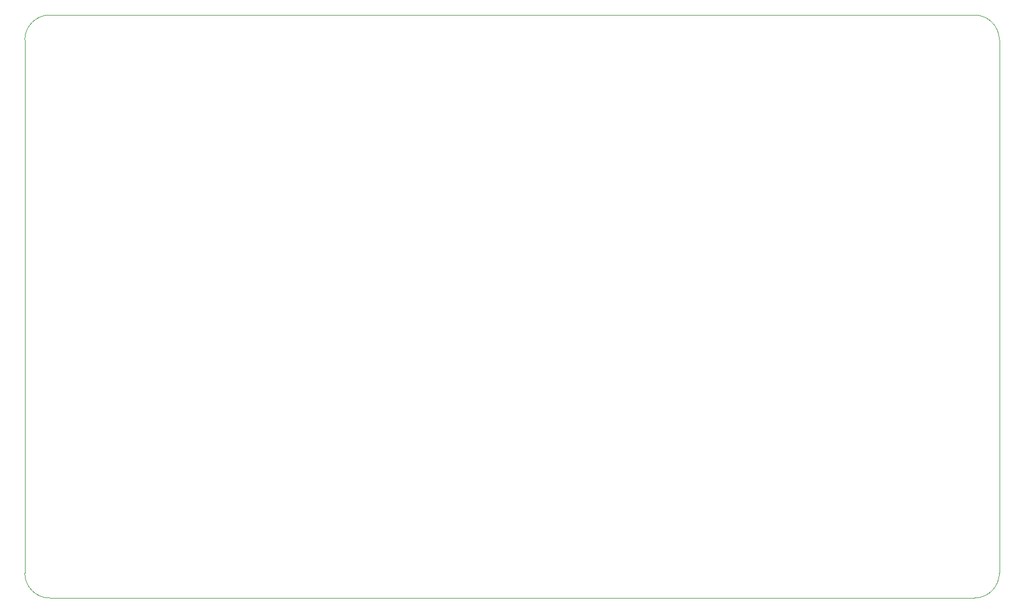
<source format=gm1>
G04 #@! TF.GenerationSoftware,KiCad,Pcbnew,(5.1.10-1-10_14)*
G04 #@! TF.CreationDate,2021-11-19T10:15:32+01:00*
G04 #@! TF.ProjectId,mainboard_v3,6d61696e-626f-4617-9264-5f76332e6b69,rev?*
G04 #@! TF.SameCoordinates,Original*
G04 #@! TF.FileFunction,Profile,NP*
%FSLAX46Y46*%
G04 Gerber Fmt 4.6, Leading zero omitted, Abs format (unit mm)*
G04 Created by KiCad (PCBNEW (5.1.10-1-10_14)) date 2021-11-19 10:15:32*
%MOMM*%
%LPD*%
G01*
G04 APERTURE LIST*
G04 #@! TA.AperFunction,Profile*
%ADD10C,0.120000*%
G04 #@! TD*
G04 APERTURE END LIST*
D10*
X38100000Y-66040000D02*
G75*
G02*
X41910000Y-62230000I3810000J0D01*
G01*
X41910000Y-151130000D02*
G75*
G02*
X38100000Y-147320000I0J3810000D01*
G01*
X186690000Y-147320000D02*
G75*
G02*
X182880000Y-151130000I-3810000J0D01*
G01*
X182880000Y-62230000D02*
G75*
G02*
X186690000Y-66040000I0J-3810000D01*
G01*
X41910000Y-151130000D02*
X182880000Y-151130000D01*
X38100000Y-66040000D02*
X38100000Y-147320000D01*
X182880000Y-62230000D02*
X41910000Y-62230000D01*
X186690000Y-147320000D02*
X186690000Y-66040000D01*
M02*

</source>
